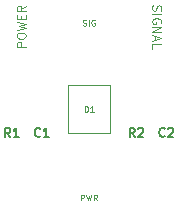
<source format=gbr>
%TF.GenerationSoftware,KiCad,Pcbnew,8.0.9-1.fc41*%
%TF.CreationDate,2025-03-19T11:34:26+02:00*%
%TF.ProjectId,FBK-3mm-Red,46424b2d-336d-46d2-9d52-65642e6b6963,rev?*%
%TF.SameCoordinates,Original*%
%TF.FileFunction,Legend,Top*%
%TF.FilePolarity,Positive*%
%FSLAX46Y46*%
G04 Gerber Fmt 4.6, Leading zero omitted, Abs format (unit mm)*
G04 Created by KiCad (PCBNEW 8.0.9-1.fc41) date 2025-03-19 11:34:26*
%MOMM*%
%LPD*%
G01*
G04 APERTURE LIST*
%ADD10C,0.100000*%
%ADD11C,0.150000*%
G04 APERTURE END LIST*
D10*
X144641764Y-94732142D02*
X143891764Y-94732142D01*
X143891764Y-94732142D02*
X143891764Y-94446428D01*
X143891764Y-94446428D02*
X143927478Y-94374999D01*
X143927478Y-94374999D02*
X143963192Y-94339285D01*
X143963192Y-94339285D02*
X144034621Y-94303571D01*
X144034621Y-94303571D02*
X144141764Y-94303571D01*
X144141764Y-94303571D02*
X144213192Y-94339285D01*
X144213192Y-94339285D02*
X144248907Y-94374999D01*
X144248907Y-94374999D02*
X144284621Y-94446428D01*
X144284621Y-94446428D02*
X144284621Y-94732142D01*
X143891764Y-93839285D02*
X143891764Y-93696428D01*
X143891764Y-93696428D02*
X143927478Y-93624999D01*
X143927478Y-93624999D02*
X143998907Y-93553571D01*
X143998907Y-93553571D02*
X144141764Y-93517856D01*
X144141764Y-93517856D02*
X144391764Y-93517856D01*
X144391764Y-93517856D02*
X144534621Y-93553571D01*
X144534621Y-93553571D02*
X144606050Y-93624999D01*
X144606050Y-93624999D02*
X144641764Y-93696428D01*
X144641764Y-93696428D02*
X144641764Y-93839285D01*
X144641764Y-93839285D02*
X144606050Y-93910714D01*
X144606050Y-93910714D02*
X144534621Y-93982142D01*
X144534621Y-93982142D02*
X144391764Y-94017856D01*
X144391764Y-94017856D02*
X144141764Y-94017856D01*
X144141764Y-94017856D02*
X143998907Y-93982142D01*
X143998907Y-93982142D02*
X143927478Y-93910714D01*
X143927478Y-93910714D02*
X143891764Y-93839285D01*
X143891764Y-93267857D02*
X144641764Y-93089285D01*
X144641764Y-93089285D02*
X144106050Y-92946428D01*
X144106050Y-92946428D02*
X144641764Y-92803571D01*
X144641764Y-92803571D02*
X143891764Y-92625000D01*
X144248907Y-92339285D02*
X144248907Y-92089285D01*
X144641764Y-91982142D02*
X144641764Y-92339285D01*
X144641764Y-92339285D02*
X143891764Y-92339285D01*
X143891764Y-92339285D02*
X143891764Y-91982142D01*
X144641764Y-91232143D02*
X144284621Y-91482143D01*
X144641764Y-91660714D02*
X143891764Y-91660714D01*
X143891764Y-91660714D02*
X143891764Y-91375000D01*
X143891764Y-91375000D02*
X143927478Y-91303571D01*
X143927478Y-91303571D02*
X143963192Y-91267857D01*
X143963192Y-91267857D02*
X144034621Y-91232143D01*
X144034621Y-91232143D02*
X144141764Y-91232143D01*
X144141764Y-91232143D02*
X144213192Y-91267857D01*
X144213192Y-91267857D02*
X144248907Y-91303571D01*
X144248907Y-91303571D02*
X144284621Y-91375000D01*
X144284621Y-91375000D02*
X144284621Y-91660714D01*
X155393950Y-91214286D02*
X155358235Y-91321429D01*
X155358235Y-91321429D02*
X155358235Y-91500000D01*
X155358235Y-91500000D02*
X155393950Y-91571429D01*
X155393950Y-91571429D02*
X155429664Y-91607143D01*
X155429664Y-91607143D02*
X155501092Y-91642857D01*
X155501092Y-91642857D02*
X155572521Y-91642857D01*
X155572521Y-91642857D02*
X155643950Y-91607143D01*
X155643950Y-91607143D02*
X155679664Y-91571429D01*
X155679664Y-91571429D02*
X155715378Y-91500000D01*
X155715378Y-91500000D02*
X155751092Y-91357143D01*
X155751092Y-91357143D02*
X155786807Y-91285714D01*
X155786807Y-91285714D02*
X155822521Y-91250000D01*
X155822521Y-91250000D02*
X155893950Y-91214286D01*
X155893950Y-91214286D02*
X155965378Y-91214286D01*
X155965378Y-91214286D02*
X156036807Y-91250000D01*
X156036807Y-91250000D02*
X156072521Y-91285714D01*
X156072521Y-91285714D02*
X156108235Y-91357143D01*
X156108235Y-91357143D02*
X156108235Y-91535714D01*
X156108235Y-91535714D02*
X156072521Y-91642857D01*
X155358235Y-91964286D02*
X156108235Y-91964286D01*
X156072521Y-92714286D02*
X156108235Y-92642858D01*
X156108235Y-92642858D02*
X156108235Y-92535715D01*
X156108235Y-92535715D02*
X156072521Y-92428572D01*
X156072521Y-92428572D02*
X156001092Y-92357143D01*
X156001092Y-92357143D02*
X155929664Y-92321429D01*
X155929664Y-92321429D02*
X155786807Y-92285715D01*
X155786807Y-92285715D02*
X155679664Y-92285715D01*
X155679664Y-92285715D02*
X155536807Y-92321429D01*
X155536807Y-92321429D02*
X155465378Y-92357143D01*
X155465378Y-92357143D02*
X155393950Y-92428572D01*
X155393950Y-92428572D02*
X155358235Y-92535715D01*
X155358235Y-92535715D02*
X155358235Y-92607143D01*
X155358235Y-92607143D02*
X155393950Y-92714286D01*
X155393950Y-92714286D02*
X155429664Y-92750000D01*
X155429664Y-92750000D02*
X155679664Y-92750000D01*
X155679664Y-92750000D02*
X155679664Y-92607143D01*
X155358235Y-93071429D02*
X156108235Y-93071429D01*
X156108235Y-93071429D02*
X155358235Y-93500000D01*
X155358235Y-93500000D02*
X156108235Y-93500000D01*
X155572521Y-93821429D02*
X155572521Y-94178572D01*
X155358235Y-93750000D02*
X156108235Y-94000000D01*
X156108235Y-94000000D02*
X155358235Y-94250000D01*
X155358235Y-94857143D02*
X155358235Y-94500000D01*
X155358235Y-94500000D02*
X156108235Y-94500000D01*
X149488096Y-92902300D02*
X149559524Y-92926109D01*
X149559524Y-92926109D02*
X149678572Y-92926109D01*
X149678572Y-92926109D02*
X149726191Y-92902300D01*
X149726191Y-92902300D02*
X149750000Y-92878490D01*
X149750000Y-92878490D02*
X149773810Y-92830871D01*
X149773810Y-92830871D02*
X149773810Y-92783252D01*
X149773810Y-92783252D02*
X149750000Y-92735633D01*
X149750000Y-92735633D02*
X149726191Y-92711823D01*
X149726191Y-92711823D02*
X149678572Y-92688014D01*
X149678572Y-92688014D02*
X149583334Y-92664204D01*
X149583334Y-92664204D02*
X149535715Y-92640395D01*
X149535715Y-92640395D02*
X149511905Y-92616585D01*
X149511905Y-92616585D02*
X149488096Y-92568966D01*
X149488096Y-92568966D02*
X149488096Y-92521347D01*
X149488096Y-92521347D02*
X149511905Y-92473728D01*
X149511905Y-92473728D02*
X149535715Y-92449919D01*
X149535715Y-92449919D02*
X149583334Y-92426109D01*
X149583334Y-92426109D02*
X149702381Y-92426109D01*
X149702381Y-92426109D02*
X149773810Y-92449919D01*
X149988095Y-92926109D02*
X149988095Y-92426109D01*
X150488095Y-92449919D02*
X150440476Y-92426109D01*
X150440476Y-92426109D02*
X150369047Y-92426109D01*
X150369047Y-92426109D02*
X150297619Y-92449919D01*
X150297619Y-92449919D02*
X150250000Y-92497538D01*
X150250000Y-92497538D02*
X150226190Y-92545157D01*
X150226190Y-92545157D02*
X150202381Y-92640395D01*
X150202381Y-92640395D02*
X150202381Y-92711823D01*
X150202381Y-92711823D02*
X150226190Y-92807061D01*
X150226190Y-92807061D02*
X150250000Y-92854680D01*
X150250000Y-92854680D02*
X150297619Y-92902300D01*
X150297619Y-92902300D02*
X150369047Y-92926109D01*
X150369047Y-92926109D02*
X150416666Y-92926109D01*
X150416666Y-92926109D02*
X150488095Y-92902300D01*
X150488095Y-92902300D02*
X150511904Y-92878490D01*
X150511904Y-92878490D02*
X150511904Y-92711823D01*
X150511904Y-92711823D02*
X150416666Y-92711823D01*
X149333333Y-107726109D02*
X149333333Y-107226109D01*
X149333333Y-107226109D02*
X149523809Y-107226109D01*
X149523809Y-107226109D02*
X149571428Y-107249919D01*
X149571428Y-107249919D02*
X149595238Y-107273728D01*
X149595238Y-107273728D02*
X149619047Y-107321347D01*
X149619047Y-107321347D02*
X149619047Y-107392776D01*
X149619047Y-107392776D02*
X149595238Y-107440395D01*
X149595238Y-107440395D02*
X149571428Y-107464204D01*
X149571428Y-107464204D02*
X149523809Y-107488014D01*
X149523809Y-107488014D02*
X149333333Y-107488014D01*
X149785714Y-107226109D02*
X149904762Y-107726109D01*
X149904762Y-107726109D02*
X150000000Y-107368966D01*
X150000000Y-107368966D02*
X150095238Y-107726109D01*
X150095238Y-107726109D02*
X150214286Y-107226109D01*
X150690476Y-107726109D02*
X150523810Y-107488014D01*
X150404762Y-107726109D02*
X150404762Y-107226109D01*
X150404762Y-107226109D02*
X150595238Y-107226109D01*
X150595238Y-107226109D02*
X150642857Y-107249919D01*
X150642857Y-107249919D02*
X150666667Y-107273728D01*
X150666667Y-107273728D02*
X150690476Y-107321347D01*
X150690476Y-107321347D02*
X150690476Y-107392776D01*
X150690476Y-107392776D02*
X150666667Y-107440395D01*
X150666667Y-107440395D02*
X150642857Y-107464204D01*
X150642857Y-107464204D02*
X150595238Y-107488014D01*
X150595238Y-107488014D02*
X150404762Y-107488014D01*
X149630952Y-100226109D02*
X149630952Y-99726109D01*
X149630952Y-99726109D02*
X149750000Y-99726109D01*
X149750000Y-99726109D02*
X149821428Y-99749919D01*
X149821428Y-99749919D02*
X149869047Y-99797538D01*
X149869047Y-99797538D02*
X149892857Y-99845157D01*
X149892857Y-99845157D02*
X149916666Y-99940395D01*
X149916666Y-99940395D02*
X149916666Y-100011823D01*
X149916666Y-100011823D02*
X149892857Y-100107061D01*
X149892857Y-100107061D02*
X149869047Y-100154680D01*
X149869047Y-100154680D02*
X149821428Y-100202300D01*
X149821428Y-100202300D02*
X149750000Y-100226109D01*
X149750000Y-100226109D02*
X149630952Y-100226109D01*
X150392857Y-100226109D02*
X150107143Y-100226109D01*
X150250000Y-100226109D02*
X150250000Y-99726109D01*
X150250000Y-99726109D02*
X150202381Y-99797538D01*
X150202381Y-99797538D02*
X150154762Y-99845157D01*
X150154762Y-99845157D02*
X150107143Y-99868966D01*
D11*
X145874999Y-102267735D02*
X145839285Y-102303450D01*
X145839285Y-102303450D02*
X145732142Y-102339164D01*
X145732142Y-102339164D02*
X145660714Y-102339164D01*
X145660714Y-102339164D02*
X145553571Y-102303450D01*
X145553571Y-102303450D02*
X145482142Y-102232021D01*
X145482142Y-102232021D02*
X145446428Y-102160592D01*
X145446428Y-102160592D02*
X145410714Y-102017735D01*
X145410714Y-102017735D02*
X145410714Y-101910592D01*
X145410714Y-101910592D02*
X145446428Y-101767735D01*
X145446428Y-101767735D02*
X145482142Y-101696307D01*
X145482142Y-101696307D02*
X145553571Y-101624878D01*
X145553571Y-101624878D02*
X145660714Y-101589164D01*
X145660714Y-101589164D02*
X145732142Y-101589164D01*
X145732142Y-101589164D02*
X145839285Y-101624878D01*
X145839285Y-101624878D02*
X145874999Y-101660592D01*
X146589285Y-102339164D02*
X146160714Y-102339164D01*
X146374999Y-102339164D02*
X146374999Y-101589164D01*
X146374999Y-101589164D02*
X146303571Y-101696307D01*
X146303571Y-101696307D02*
X146232142Y-101767735D01*
X146232142Y-101767735D02*
X146160714Y-101803450D01*
X143334999Y-102339164D02*
X143084999Y-101982021D01*
X142906428Y-102339164D02*
X142906428Y-101589164D01*
X142906428Y-101589164D02*
X143192142Y-101589164D01*
X143192142Y-101589164D02*
X143263571Y-101624878D01*
X143263571Y-101624878D02*
X143299285Y-101660592D01*
X143299285Y-101660592D02*
X143334999Y-101732021D01*
X143334999Y-101732021D02*
X143334999Y-101839164D01*
X143334999Y-101839164D02*
X143299285Y-101910592D01*
X143299285Y-101910592D02*
X143263571Y-101946307D01*
X143263571Y-101946307D02*
X143192142Y-101982021D01*
X143192142Y-101982021D02*
X142906428Y-101982021D01*
X144049285Y-102339164D02*
X143620714Y-102339164D01*
X143834999Y-102339164D02*
X143834999Y-101589164D01*
X143834999Y-101589164D02*
X143763571Y-101696307D01*
X143763571Y-101696307D02*
X143692142Y-101767735D01*
X143692142Y-101767735D02*
X143620714Y-101803450D01*
X153874999Y-102339164D02*
X153624999Y-101982021D01*
X153446428Y-102339164D02*
X153446428Y-101589164D01*
X153446428Y-101589164D02*
X153732142Y-101589164D01*
X153732142Y-101589164D02*
X153803571Y-101624878D01*
X153803571Y-101624878D02*
X153839285Y-101660592D01*
X153839285Y-101660592D02*
X153874999Y-101732021D01*
X153874999Y-101732021D02*
X153874999Y-101839164D01*
X153874999Y-101839164D02*
X153839285Y-101910592D01*
X153839285Y-101910592D02*
X153803571Y-101946307D01*
X153803571Y-101946307D02*
X153732142Y-101982021D01*
X153732142Y-101982021D02*
X153446428Y-101982021D01*
X154160714Y-101660592D02*
X154196428Y-101624878D01*
X154196428Y-101624878D02*
X154267857Y-101589164D01*
X154267857Y-101589164D02*
X154446428Y-101589164D01*
X154446428Y-101589164D02*
X154517857Y-101624878D01*
X154517857Y-101624878D02*
X154553571Y-101660592D01*
X154553571Y-101660592D02*
X154589285Y-101732021D01*
X154589285Y-101732021D02*
X154589285Y-101803450D01*
X154589285Y-101803450D02*
X154553571Y-101910592D01*
X154553571Y-101910592D02*
X154124999Y-102339164D01*
X154124999Y-102339164D02*
X154589285Y-102339164D01*
X156414999Y-102267735D02*
X156379285Y-102303450D01*
X156379285Y-102303450D02*
X156272142Y-102339164D01*
X156272142Y-102339164D02*
X156200714Y-102339164D01*
X156200714Y-102339164D02*
X156093571Y-102303450D01*
X156093571Y-102303450D02*
X156022142Y-102232021D01*
X156022142Y-102232021D02*
X155986428Y-102160592D01*
X155986428Y-102160592D02*
X155950714Y-102017735D01*
X155950714Y-102017735D02*
X155950714Y-101910592D01*
X155950714Y-101910592D02*
X155986428Y-101767735D01*
X155986428Y-101767735D02*
X156022142Y-101696307D01*
X156022142Y-101696307D02*
X156093571Y-101624878D01*
X156093571Y-101624878D02*
X156200714Y-101589164D01*
X156200714Y-101589164D02*
X156272142Y-101589164D01*
X156272142Y-101589164D02*
X156379285Y-101624878D01*
X156379285Y-101624878D02*
X156414999Y-101660592D01*
X156700714Y-101660592D02*
X156736428Y-101624878D01*
X156736428Y-101624878D02*
X156807857Y-101589164D01*
X156807857Y-101589164D02*
X156986428Y-101589164D01*
X156986428Y-101589164D02*
X157057857Y-101624878D01*
X157057857Y-101624878D02*
X157093571Y-101660592D01*
X157093571Y-101660592D02*
X157129285Y-101732021D01*
X157129285Y-101732021D02*
X157129285Y-101803450D01*
X157129285Y-101803450D02*
X157093571Y-101910592D01*
X157093571Y-101910592D02*
X156664999Y-102339164D01*
X156664999Y-102339164D02*
X157129285Y-102339164D01*
%TO.C,D1*%
D10*
X148210000Y-97985000D02*
X151790000Y-97985000D01*
X151790000Y-102015000D01*
X148210000Y-102015000D01*
X148210000Y-97985000D01*
%TD*%
M02*

</source>
